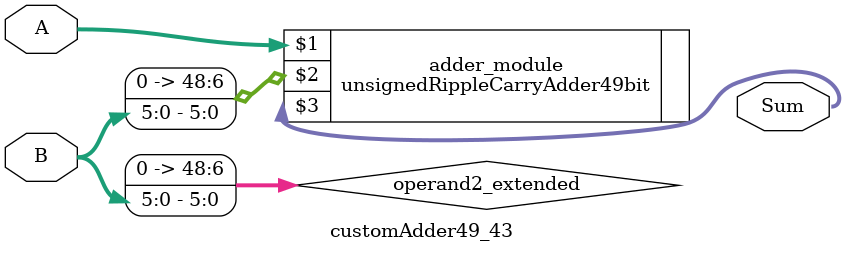
<source format=v>
module customAdder49_43(
                        input [48 : 0] A,
                        input [5 : 0] B,
                        
                        output [49 : 0] Sum
                );

        wire [48 : 0] operand2_extended;
        
        assign operand2_extended =  {43'b0, B};
        
        unsignedRippleCarryAdder49bit adder_module(
            A,
            operand2_extended,
            Sum
        );
        
        endmodule
        
</source>
